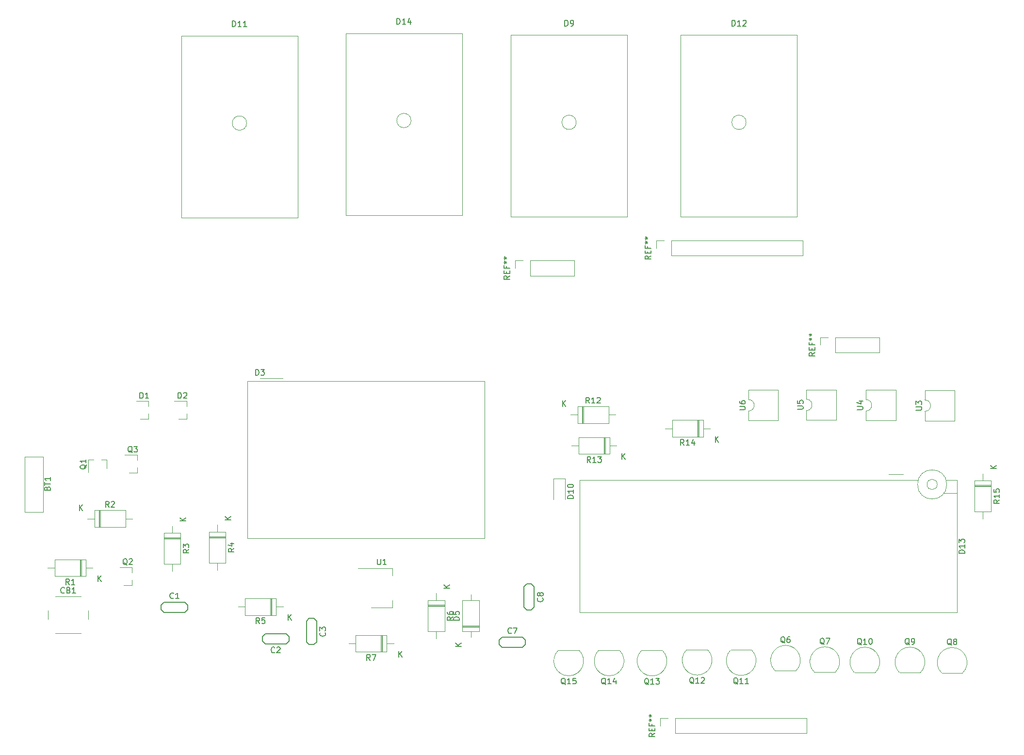
<source format=gbr>
%TF.GenerationSoftware,KiCad,Pcbnew,(5.1.6)-1*%
%TF.CreationDate,2020-11-06T18:28:59+03:00*%
%TF.ProjectId,_____  _____ V2,4145353c-3020-4204-9730-413e32205632,rev?*%
%TF.SameCoordinates,Original*%
%TF.FileFunction,Legend,Top*%
%TF.FilePolarity,Positive*%
%FSLAX46Y46*%
G04 Gerber Fmt 4.6, Leading zero omitted, Abs format (unit mm)*
G04 Created by KiCad (PCBNEW (5.1.6)-1) date 2020-11-06 18:28:59*
%MOMM*%
%LPD*%
G01*
G04 APERTURE LIST*
%ADD10C,0.120000*%
%ADD11C,0.150000*%
G04 APERTURE END LIST*
D10*
%TO.C,REF\u002A\u002A*%
X220091000Y-78228500D02*
X220091000Y-75568500D01*
X220091000Y-78228500D02*
X227771000Y-78228500D01*
X227771000Y-78228500D02*
X227771000Y-75568500D01*
X220091000Y-75568500D02*
X227771000Y-75568500D01*
X217491000Y-75568500D02*
X218821000Y-75568500D01*
X217491000Y-76898500D02*
X217491000Y-75568500D01*
X192151000Y-144713000D02*
X192151000Y-142053000D01*
X192151000Y-144713000D02*
X215071000Y-144713000D01*
X215071000Y-144713000D02*
X215071000Y-142053000D01*
X192151000Y-142053000D02*
X215071000Y-142053000D01*
X189551000Y-142053000D02*
X190881000Y-142053000D01*
X189551000Y-143383000D02*
X189551000Y-142053000D01*
%TO.C,D12*%
X213423500Y-38036500D02*
X213423500Y-22796500D01*
X213423500Y-22796500D02*
X193103500Y-22796500D01*
X193103500Y-22796500D02*
X193103500Y-54546500D01*
X193103500Y-54546500D02*
X213423500Y-54546500D01*
X213423500Y-54546500D02*
X213423500Y-38036500D01*
X204513500Y-38036500D02*
G75*
G03*
X204513500Y-38036500I-1250000J0D01*
G01*
%TO.C,REF\u002A\u002A*%
X191452500Y-61337500D02*
X191452500Y-58677500D01*
X191452500Y-61337500D02*
X214372500Y-61337500D01*
X214372500Y-61337500D02*
X214372500Y-58677500D01*
X191452500Y-58677500D02*
X214372500Y-58677500D01*
X188852500Y-58677500D02*
X190182500Y-58677500D01*
X188852500Y-60007500D02*
X188852500Y-58677500D01*
X166814500Y-64830000D02*
X166814500Y-62170000D01*
X166814500Y-64830000D02*
X174494500Y-64830000D01*
X174494500Y-64830000D02*
X174494500Y-62170000D01*
X166814500Y-62170000D02*
X174494500Y-62170000D01*
X164214500Y-62170000D02*
X165544500Y-62170000D01*
X164214500Y-63500000D02*
X164214500Y-62170000D01*
%TO.C,U6*%
X204918000Y-86439500D02*
G75*
G02*
X204918000Y-88439500I0J-1000000D01*
G01*
X204918000Y-88439500D02*
X204918000Y-90089500D01*
X204918000Y-90089500D02*
X210118000Y-90089500D01*
X210118000Y-90089500D02*
X210118000Y-84789500D01*
X210118000Y-84789500D02*
X204918000Y-84789500D01*
X204918000Y-84789500D02*
X204918000Y-86439500D01*
%TO.C,U5*%
X215014500Y-86376000D02*
G75*
G02*
X215014500Y-88376000I0J-1000000D01*
G01*
X215014500Y-88376000D02*
X215014500Y-90026000D01*
X215014500Y-90026000D02*
X220214500Y-90026000D01*
X220214500Y-90026000D02*
X220214500Y-84726000D01*
X220214500Y-84726000D02*
X215014500Y-84726000D01*
X215014500Y-84726000D02*
X215014500Y-86376000D01*
%TO.C,U4*%
X225428500Y-86439500D02*
G75*
G02*
X225428500Y-88439500I0J-1000000D01*
G01*
X225428500Y-88439500D02*
X225428500Y-90089500D01*
X225428500Y-90089500D02*
X230628500Y-90089500D01*
X230628500Y-90089500D02*
X230628500Y-84789500D01*
X230628500Y-84789500D02*
X225428500Y-84789500D01*
X225428500Y-84789500D02*
X225428500Y-86439500D01*
%TO.C,U3*%
X235715500Y-86503000D02*
G75*
G02*
X235715500Y-88503000I0J-1000000D01*
G01*
X235715500Y-88503000D02*
X235715500Y-90153000D01*
X235715500Y-90153000D02*
X240915500Y-90153000D01*
X240915500Y-90153000D02*
X240915500Y-84853000D01*
X240915500Y-84853000D02*
X235715500Y-84853000D01*
X235715500Y-84853000D02*
X235715500Y-86503000D01*
%TO.C,U1*%
X142816500Y-122726500D02*
X142816500Y-121466500D01*
X142816500Y-115906500D02*
X142816500Y-117166500D01*
X139056500Y-122726500D02*
X142816500Y-122726500D01*
X136806500Y-115906500D02*
X142816500Y-115906500D01*
%TO.C,R15*%
X247278500Y-100594500D02*
X244338500Y-100594500D01*
X244338500Y-100594500D02*
X244338500Y-106034500D01*
X244338500Y-106034500D02*
X247278500Y-106034500D01*
X247278500Y-106034500D02*
X247278500Y-100594500D01*
X245808500Y-99374500D02*
X245808500Y-100594500D01*
X245808500Y-107254500D02*
X245808500Y-106034500D01*
X247278500Y-101494500D02*
X244338500Y-101494500D01*
X247278500Y-101614500D02*
X244338500Y-101614500D01*
X247278500Y-101374500D02*
X244338500Y-101374500D01*
%TO.C,R14*%
X197030000Y-92973500D02*
X197030000Y-90033500D01*
X197030000Y-90033500D02*
X191590000Y-90033500D01*
X191590000Y-90033500D02*
X191590000Y-92973500D01*
X191590000Y-92973500D02*
X197030000Y-92973500D01*
X198250000Y-91503500D02*
X197030000Y-91503500D01*
X190370000Y-91503500D02*
X191590000Y-91503500D01*
X196130000Y-92973500D02*
X196130000Y-90033500D01*
X196010000Y-92973500D02*
X196010000Y-90033500D01*
X196250000Y-92973500D02*
X196250000Y-90033500D01*
%TO.C,R13*%
X180710500Y-95958000D02*
X180710500Y-93018000D01*
X180710500Y-93018000D02*
X175270500Y-93018000D01*
X175270500Y-93018000D02*
X175270500Y-95958000D01*
X175270500Y-95958000D02*
X180710500Y-95958000D01*
X181930500Y-94488000D02*
X180710500Y-94488000D01*
X174050500Y-94488000D02*
X175270500Y-94488000D01*
X179810500Y-95958000D02*
X179810500Y-93018000D01*
X179690500Y-95958000D02*
X179690500Y-93018000D01*
X179930500Y-95958000D02*
X179930500Y-93018000D01*
%TO.C,R12*%
X175080000Y-87620500D02*
X175080000Y-90560500D01*
X175080000Y-90560500D02*
X180520000Y-90560500D01*
X180520000Y-90560500D02*
X180520000Y-87620500D01*
X180520000Y-87620500D02*
X175080000Y-87620500D01*
X173860000Y-89090500D02*
X175080000Y-89090500D01*
X181740000Y-89090500D02*
X180520000Y-89090500D01*
X175980000Y-87620500D02*
X175980000Y-90560500D01*
X176100000Y-87620500D02*
X176100000Y-90560500D01*
X175860000Y-87620500D02*
X175860000Y-90560500D01*
%TO.C,R7*%
X141785000Y-130502000D02*
X141785000Y-127562000D01*
X141785000Y-127562000D02*
X136345000Y-127562000D01*
X136345000Y-127562000D02*
X136345000Y-130502000D01*
X136345000Y-130502000D02*
X141785000Y-130502000D01*
X143005000Y-129032000D02*
X141785000Y-129032000D01*
X135125000Y-129032000D02*
X136345000Y-129032000D01*
X140885000Y-130502000D02*
X140885000Y-127562000D01*
X140765000Y-130502000D02*
X140765000Y-127562000D01*
X141005000Y-130502000D02*
X141005000Y-127562000D01*
%TO.C,R6*%
X151901500Y-121486000D02*
X148961500Y-121486000D01*
X148961500Y-121486000D02*
X148961500Y-126926000D01*
X148961500Y-126926000D02*
X151901500Y-126926000D01*
X151901500Y-126926000D02*
X151901500Y-121486000D01*
X150431500Y-120266000D02*
X150431500Y-121486000D01*
X150431500Y-128146000D02*
X150431500Y-126926000D01*
X151901500Y-122386000D02*
X148961500Y-122386000D01*
X151901500Y-122506000D02*
X148961500Y-122506000D01*
X151901500Y-122266000D02*
X148961500Y-122266000D01*
%TO.C,R5*%
X122481000Y-124088500D02*
X122481000Y-121148500D01*
X122481000Y-121148500D02*
X117041000Y-121148500D01*
X117041000Y-121148500D02*
X117041000Y-124088500D01*
X117041000Y-124088500D02*
X122481000Y-124088500D01*
X123701000Y-122618500D02*
X122481000Y-122618500D01*
X115821000Y-122618500D02*
X117041000Y-122618500D01*
X121581000Y-124088500D02*
X121581000Y-121148500D01*
X121461000Y-124088500D02*
X121461000Y-121148500D01*
X121701000Y-124088500D02*
X121701000Y-121148500D01*
%TO.C,R4*%
X113674500Y-109548000D02*
X110734500Y-109548000D01*
X110734500Y-109548000D02*
X110734500Y-114988000D01*
X110734500Y-114988000D02*
X113674500Y-114988000D01*
X113674500Y-114988000D02*
X113674500Y-109548000D01*
X112204500Y-108328000D02*
X112204500Y-109548000D01*
X112204500Y-116208000D02*
X112204500Y-114988000D01*
X113674500Y-110448000D02*
X110734500Y-110448000D01*
X113674500Y-110568000D02*
X110734500Y-110568000D01*
X113674500Y-110328000D02*
X110734500Y-110328000D01*
%TO.C,R3*%
X105800500Y-109738500D02*
X102860500Y-109738500D01*
X102860500Y-109738500D02*
X102860500Y-115178500D01*
X102860500Y-115178500D02*
X105800500Y-115178500D01*
X105800500Y-115178500D02*
X105800500Y-109738500D01*
X104330500Y-108518500D02*
X104330500Y-109738500D01*
X104330500Y-116398500D02*
X104330500Y-115178500D01*
X105800500Y-110638500D02*
X102860500Y-110638500D01*
X105800500Y-110758500D02*
X102860500Y-110758500D01*
X105800500Y-110518500D02*
X102860500Y-110518500D01*
%TO.C,R2*%
X90752000Y-105781500D02*
X90752000Y-108721500D01*
X90752000Y-108721500D02*
X96192000Y-108721500D01*
X96192000Y-108721500D02*
X96192000Y-105781500D01*
X96192000Y-105781500D02*
X90752000Y-105781500D01*
X89532000Y-107251500D02*
X90752000Y-107251500D01*
X97412000Y-107251500D02*
X96192000Y-107251500D01*
X91652000Y-105781500D02*
X91652000Y-108721500D01*
X91772000Y-105781500D02*
X91772000Y-108721500D01*
X91532000Y-105781500D02*
X91532000Y-108721500D01*
%TO.C,R1*%
X89270500Y-117294000D02*
X89270500Y-114354000D01*
X89270500Y-114354000D02*
X83830500Y-114354000D01*
X83830500Y-114354000D02*
X83830500Y-117294000D01*
X83830500Y-117294000D02*
X89270500Y-117294000D01*
X90490500Y-115824000D02*
X89270500Y-115824000D01*
X82610500Y-115824000D02*
X83830500Y-115824000D01*
X88370500Y-117294000D02*
X88370500Y-114354000D01*
X88250500Y-117294000D02*
X88250500Y-114354000D01*
X88490500Y-117294000D02*
X88490500Y-114354000D01*
%TO.C,Q15*%
X171707022Y-130241522D02*
G75*
G03*
X173545500Y-134680000I1838478J-1838478D01*
G01*
X175383978Y-130241522D02*
G75*
G02*
X173545500Y-134680000I-1838478J-1838478D01*
G01*
X175345500Y-130230000D02*
X171745500Y-130230000D01*
%TO.C,Q14*%
X178755522Y-130241522D02*
G75*
G03*
X180594000Y-134680000I1838478J-1838478D01*
G01*
X182432478Y-130241522D02*
G75*
G02*
X180594000Y-134680000I-1838478J-1838478D01*
G01*
X182394000Y-130230000D02*
X178794000Y-130230000D01*
%TO.C,Q13*%
X186249022Y-130263022D02*
G75*
G03*
X188087500Y-134701500I1838478J-1838478D01*
G01*
X189925978Y-130263022D02*
G75*
G02*
X188087500Y-134701500I-1838478J-1838478D01*
G01*
X189887500Y-130251500D02*
X186287500Y-130251500D01*
%TO.C,Q12*%
X194122522Y-130114522D02*
G75*
G03*
X195961000Y-134553000I1838478J-1838478D01*
G01*
X197799478Y-130114522D02*
G75*
G02*
X195961000Y-134553000I-1838478J-1838478D01*
G01*
X197761000Y-130103000D02*
X194161000Y-130103000D01*
%TO.C,Q11*%
X201806022Y-130178022D02*
G75*
G03*
X203644500Y-134616500I1838478J-1838478D01*
G01*
X205482978Y-130178022D02*
G75*
G02*
X203644500Y-134616500I-1838478J-1838478D01*
G01*
X205444500Y-130166500D02*
X201844500Y-130166500D01*
%TO.C,Q10*%
X227072978Y-134108978D02*
G75*
G03*
X225234500Y-129670500I-1838478J1838478D01*
G01*
X223396022Y-134108978D02*
G75*
G02*
X225234500Y-129670500I1838478J1838478D01*
G01*
X223434500Y-134120500D02*
X227034500Y-134120500D01*
%TO.C,Q9*%
X234946978Y-134108978D02*
G75*
G03*
X233108500Y-129670500I-1838478J1838478D01*
G01*
X231270022Y-134108978D02*
G75*
G02*
X233108500Y-129670500I1838478J1838478D01*
G01*
X231308500Y-134120500D02*
X234908500Y-134120500D01*
%TO.C,Q8*%
X242312978Y-134172478D02*
G75*
G03*
X240474500Y-129734000I-1838478J1838478D01*
G01*
X238636022Y-134172478D02*
G75*
G02*
X240474500Y-129734000I1838478J1838478D01*
G01*
X238674500Y-134184000D02*
X242274500Y-134184000D01*
%TO.C,Q7*%
X220087978Y-134045478D02*
G75*
G03*
X218249500Y-129607000I-1838478J1838478D01*
G01*
X216411022Y-134045478D02*
G75*
G02*
X218249500Y-129607000I1838478J1838478D01*
G01*
X216449500Y-134057000D02*
X220049500Y-134057000D01*
%TO.C,Q6*%
X213229978Y-133791478D02*
G75*
G03*
X211391500Y-129353000I-1838478J1838478D01*
G01*
X209553022Y-133791478D02*
G75*
G02*
X211391500Y-129353000I1838478J1838478D01*
G01*
X209591500Y-133803000D02*
X213191500Y-133803000D01*
%TO.C,Q3*%
X98232500Y-99243000D02*
X98232500Y-98313000D01*
X98232500Y-96083000D02*
X98232500Y-97013000D01*
X98232500Y-96083000D02*
X96072500Y-96083000D01*
X98232500Y-99243000D02*
X96772500Y-99243000D01*
%TO.C,Q2*%
X97343500Y-118864500D02*
X97343500Y-117934500D01*
X97343500Y-115704500D02*
X97343500Y-116634500D01*
X97343500Y-115704500D02*
X95183500Y-115704500D01*
X97343500Y-118864500D02*
X95883500Y-118864500D01*
%TO.C,Q1*%
X92893000Y-96966500D02*
X91963000Y-96966500D01*
X89733000Y-96966500D02*
X90663000Y-96966500D01*
X89733000Y-96966500D02*
X89733000Y-99126500D01*
X92893000Y-96966500D02*
X92893000Y-98426500D01*
%TO.C,D14*%
X154940000Y-37719000D02*
X154940000Y-22479000D01*
X154940000Y-22479000D02*
X134620000Y-22479000D01*
X134620000Y-22479000D02*
X134620000Y-54229000D01*
X134620000Y-54229000D02*
X154940000Y-54229000D01*
X154940000Y-54229000D02*
X154940000Y-37719000D01*
X146030000Y-37719000D02*
G75*
G03*
X146030000Y-37719000I-1250000J0D01*
G01*
%TO.C,D13*%
X239532000Y-101257500D02*
G75*
G03*
X239532000Y-101257500I-2550000J0D01*
G01*
X237882000Y-101257500D02*
G75*
G03*
X237882000Y-101257500I-900000J0D01*
G01*
X234532000Y-100527500D02*
X175492000Y-100527500D01*
X175492000Y-100527500D02*
X175492000Y-123627500D01*
X175492000Y-123627500D02*
X241292000Y-123627500D01*
X241292000Y-123627500D02*
X241292000Y-100527500D01*
X241292000Y-100527500D02*
X239432000Y-100527500D01*
X241292000Y-102807500D02*
X239032000Y-102807500D01*
X229362000Y-99507500D02*
X231902000Y-99507500D01*
%TO.C,D11*%
X126238000Y-38163500D02*
X126238000Y-22923500D01*
X126238000Y-22923500D02*
X105918000Y-22923500D01*
X105918000Y-22923500D02*
X105918000Y-54673500D01*
X105918000Y-54673500D02*
X126238000Y-54673500D01*
X126238000Y-54673500D02*
X126238000Y-38163500D01*
X117328000Y-38163500D02*
G75*
G03*
X117328000Y-38163500I-1250000J0D01*
G01*
%TO.C,D10*%
X172904500Y-100209000D02*
X170884500Y-100209000D01*
X170884500Y-100209000D02*
X170884500Y-103889000D01*
X172904500Y-100209000D02*
X172904500Y-103889000D01*
%TO.C,D9*%
X183769000Y-38036500D02*
X183769000Y-22796500D01*
X183769000Y-22796500D02*
X163449000Y-22796500D01*
X163449000Y-22796500D02*
X163449000Y-54546500D01*
X163449000Y-54546500D02*
X183769000Y-54546500D01*
X183769000Y-54546500D02*
X183769000Y-38036500D01*
X174859000Y-38036500D02*
G75*
G03*
X174859000Y-38036500I-1250000J0D01*
G01*
%TO.C,D5*%
X154994000Y-126926000D02*
X157934000Y-126926000D01*
X157934000Y-126926000D02*
X157934000Y-121486000D01*
X157934000Y-121486000D02*
X154994000Y-121486000D01*
X154994000Y-121486000D02*
X154994000Y-126926000D01*
X156464000Y-127946000D02*
X156464000Y-126926000D01*
X156464000Y-120466000D02*
X156464000Y-121486000D01*
X154994000Y-126026000D02*
X157934000Y-126026000D01*
X154994000Y-125906000D02*
X157934000Y-125906000D01*
X154994000Y-126146000D02*
X157934000Y-126146000D01*
%TO.C,D3*%
X117446000Y-83221000D02*
X158886000Y-83221000D01*
X158886000Y-83221000D02*
X158886000Y-110661000D01*
X158886000Y-110661000D02*
X117446000Y-110661000D01*
X117446000Y-110661000D02*
X117446000Y-83221000D01*
X119666000Y-82721000D02*
X123666000Y-82721000D01*
%TO.C,D2*%
X106868500Y-89845000D02*
X106868500Y-88915000D01*
X106868500Y-86685000D02*
X106868500Y-87615000D01*
X106868500Y-86685000D02*
X104708500Y-86685000D01*
X106868500Y-89845000D02*
X105408500Y-89845000D01*
%TO.C,D1*%
X100201000Y-89845000D02*
X100201000Y-88915000D01*
X100201000Y-86685000D02*
X100201000Y-87615000D01*
X100201000Y-86685000D02*
X98041000Y-86685000D01*
X100201000Y-89845000D02*
X98741000Y-89845000D01*
%TO.C,CB1*%
X83931000Y-127293000D02*
X88431000Y-127293000D01*
X82681000Y-123293000D02*
X82681000Y-124793000D01*
X88431000Y-120793000D02*
X83931000Y-120793000D01*
X89681000Y-124793000D02*
X89681000Y-123293000D01*
D11*
%TO.C,C8*%
X167524000Y-119104000D02*
X167524000Y-122704000D01*
X167524000Y-122704000D02*
X167024000Y-123204000D01*
X167024000Y-123204000D02*
X166224000Y-123204000D01*
X166224000Y-123204000D02*
X165724000Y-122704000D01*
X165724000Y-122704000D02*
X165724000Y-119104000D01*
X165724000Y-119104000D02*
X166224000Y-118604000D01*
X166224000Y-118604000D02*
X167024000Y-118604000D01*
X167024000Y-118604000D02*
X167524000Y-119104000D01*
%TO.C,C7*%
X161903000Y-127941500D02*
X165503000Y-127941500D01*
X165503000Y-127941500D02*
X166003000Y-128441500D01*
X166003000Y-128441500D02*
X166003000Y-129241500D01*
X166003000Y-129241500D02*
X165503000Y-129741500D01*
X165503000Y-129741500D02*
X161903000Y-129741500D01*
X161903000Y-129741500D02*
X161403000Y-129241500D01*
X161403000Y-129241500D02*
X161403000Y-128441500D01*
X161403000Y-128441500D02*
X161903000Y-127941500D01*
%TO.C,C3*%
X129551000Y-125136500D02*
X129551000Y-128736500D01*
X129551000Y-128736500D02*
X129051000Y-129236500D01*
X129051000Y-129236500D02*
X128251000Y-129236500D01*
X128251000Y-129236500D02*
X127751000Y-128736500D01*
X127751000Y-128736500D02*
X127751000Y-125136500D01*
X127751000Y-125136500D02*
X128251000Y-124636500D01*
X128251000Y-124636500D02*
X129051000Y-124636500D01*
X129051000Y-124636500D02*
X129551000Y-125136500D01*
%TO.C,C2*%
X124228000Y-129106500D02*
X120628000Y-129106500D01*
X120628000Y-129106500D02*
X120128000Y-128606500D01*
X120128000Y-128606500D02*
X120128000Y-127806500D01*
X120128000Y-127806500D02*
X120628000Y-127306500D01*
X120628000Y-127306500D02*
X124228000Y-127306500D01*
X124228000Y-127306500D02*
X124728000Y-127806500D01*
X124728000Y-127806500D02*
X124728000Y-128606500D01*
X124728000Y-128606500D02*
X124228000Y-129106500D01*
%TO.C,C1*%
X102911500Y-121845500D02*
X106511500Y-121845500D01*
X106511500Y-121845500D02*
X107011500Y-122345500D01*
X107011500Y-122345500D02*
X107011500Y-123145500D01*
X107011500Y-123145500D02*
X106511500Y-123645500D01*
X106511500Y-123645500D02*
X102911500Y-123645500D01*
X102911500Y-123645500D02*
X102411500Y-123145500D01*
X102411500Y-123145500D02*
X102411500Y-122345500D01*
X102411500Y-122345500D02*
X102911500Y-121845500D01*
D10*
%TO.C,BT1*%
X78600500Y-106057500D02*
X78600500Y-96457500D01*
X78600500Y-96457500D02*
X81800500Y-96457500D01*
X81800500Y-96457500D02*
X81800500Y-106057500D01*
X81800500Y-106057500D02*
X78600500Y-106057500D01*
%TO.C,REF\u002A\u002A*%
D11*
X216503380Y-78231833D02*
X216027190Y-78565166D01*
X216503380Y-78803261D02*
X215503380Y-78803261D01*
X215503380Y-78422309D01*
X215551000Y-78327071D01*
X215598619Y-78279452D01*
X215693857Y-78231833D01*
X215836714Y-78231833D01*
X215931952Y-78279452D01*
X215979571Y-78327071D01*
X216027190Y-78422309D01*
X216027190Y-78803261D01*
X215979571Y-77803261D02*
X215979571Y-77469928D01*
X216503380Y-77327071D02*
X216503380Y-77803261D01*
X215503380Y-77803261D01*
X215503380Y-77327071D01*
X215979571Y-76565166D02*
X215979571Y-76898500D01*
X216503380Y-76898500D02*
X215503380Y-76898500D01*
X215503380Y-76422309D01*
X215503380Y-75898500D02*
X215741476Y-75898500D01*
X215646238Y-76136595D02*
X215741476Y-75898500D01*
X215646238Y-75660404D01*
X215931952Y-76041357D02*
X215741476Y-75898500D01*
X215931952Y-75755642D01*
X215503380Y-75136595D02*
X215741476Y-75136595D01*
X215646238Y-75374690D02*
X215741476Y-75136595D01*
X215646238Y-74898500D01*
X215931952Y-75279452D02*
X215741476Y-75136595D01*
X215931952Y-74993738D01*
X188563380Y-144716333D02*
X188087190Y-145049666D01*
X188563380Y-145287761D02*
X187563380Y-145287761D01*
X187563380Y-144906809D01*
X187611000Y-144811571D01*
X187658619Y-144763952D01*
X187753857Y-144716333D01*
X187896714Y-144716333D01*
X187991952Y-144763952D01*
X188039571Y-144811571D01*
X188087190Y-144906809D01*
X188087190Y-145287761D01*
X188039571Y-144287761D02*
X188039571Y-143954428D01*
X188563380Y-143811571D02*
X188563380Y-144287761D01*
X187563380Y-144287761D01*
X187563380Y-143811571D01*
X188039571Y-143049666D02*
X188039571Y-143383000D01*
X188563380Y-143383000D02*
X187563380Y-143383000D01*
X187563380Y-142906809D01*
X187563380Y-142383000D02*
X187801476Y-142383000D01*
X187706238Y-142621095D02*
X187801476Y-142383000D01*
X187706238Y-142144904D01*
X187991952Y-142525857D02*
X187801476Y-142383000D01*
X187991952Y-142240142D01*
X187563380Y-141621095D02*
X187801476Y-141621095D01*
X187706238Y-141859190D02*
X187801476Y-141621095D01*
X187706238Y-141383000D01*
X187991952Y-141763952D02*
X187801476Y-141621095D01*
X187991952Y-141478238D01*
%TO.C,D12*%
X202049214Y-21208880D02*
X202049214Y-20208880D01*
X202287309Y-20208880D01*
X202430166Y-20256500D01*
X202525404Y-20351738D01*
X202573023Y-20446976D01*
X202620642Y-20637452D01*
X202620642Y-20780309D01*
X202573023Y-20970785D01*
X202525404Y-21066023D01*
X202430166Y-21161261D01*
X202287309Y-21208880D01*
X202049214Y-21208880D01*
X203573023Y-21208880D02*
X203001595Y-21208880D01*
X203287309Y-21208880D02*
X203287309Y-20208880D01*
X203192071Y-20351738D01*
X203096833Y-20446976D01*
X203001595Y-20494595D01*
X203953976Y-20304119D02*
X204001595Y-20256500D01*
X204096833Y-20208880D01*
X204334928Y-20208880D01*
X204430166Y-20256500D01*
X204477785Y-20304119D01*
X204525404Y-20399357D01*
X204525404Y-20494595D01*
X204477785Y-20637452D01*
X203906357Y-21208880D01*
X204525404Y-21208880D01*
%TO.C,REF\u002A\u002A*%
X187864880Y-61340833D02*
X187388690Y-61674166D01*
X187864880Y-61912261D02*
X186864880Y-61912261D01*
X186864880Y-61531309D01*
X186912500Y-61436071D01*
X186960119Y-61388452D01*
X187055357Y-61340833D01*
X187198214Y-61340833D01*
X187293452Y-61388452D01*
X187341071Y-61436071D01*
X187388690Y-61531309D01*
X187388690Y-61912261D01*
X187341071Y-60912261D02*
X187341071Y-60578928D01*
X187864880Y-60436071D02*
X187864880Y-60912261D01*
X186864880Y-60912261D01*
X186864880Y-60436071D01*
X187341071Y-59674166D02*
X187341071Y-60007500D01*
X187864880Y-60007500D02*
X186864880Y-60007500D01*
X186864880Y-59531309D01*
X186864880Y-59007500D02*
X187102976Y-59007500D01*
X187007738Y-59245595D02*
X187102976Y-59007500D01*
X187007738Y-58769404D01*
X187293452Y-59150357D02*
X187102976Y-59007500D01*
X187293452Y-58864642D01*
X186864880Y-58245595D02*
X187102976Y-58245595D01*
X187007738Y-58483690D02*
X187102976Y-58245595D01*
X187007738Y-58007500D01*
X187293452Y-58388452D02*
X187102976Y-58245595D01*
X187293452Y-58102738D01*
X163226880Y-64833333D02*
X162750690Y-65166666D01*
X163226880Y-65404761D02*
X162226880Y-65404761D01*
X162226880Y-65023809D01*
X162274500Y-64928571D01*
X162322119Y-64880952D01*
X162417357Y-64833333D01*
X162560214Y-64833333D01*
X162655452Y-64880952D01*
X162703071Y-64928571D01*
X162750690Y-65023809D01*
X162750690Y-65404761D01*
X162703071Y-64404761D02*
X162703071Y-64071428D01*
X163226880Y-63928571D02*
X163226880Y-64404761D01*
X162226880Y-64404761D01*
X162226880Y-63928571D01*
X162703071Y-63166666D02*
X162703071Y-63500000D01*
X163226880Y-63500000D02*
X162226880Y-63500000D01*
X162226880Y-63023809D01*
X162226880Y-62500000D02*
X162464976Y-62500000D01*
X162369738Y-62738095D02*
X162464976Y-62500000D01*
X162369738Y-62261904D01*
X162655452Y-62642857D02*
X162464976Y-62500000D01*
X162655452Y-62357142D01*
X162226880Y-61738095D02*
X162464976Y-61738095D01*
X162369738Y-61976190D02*
X162464976Y-61738095D01*
X162369738Y-61500000D01*
X162655452Y-61880952D02*
X162464976Y-61738095D01*
X162655452Y-61595238D01*
%TO.C,U6*%
X203370380Y-88201404D02*
X204179904Y-88201404D01*
X204275142Y-88153785D01*
X204322761Y-88106166D01*
X204370380Y-88010928D01*
X204370380Y-87820452D01*
X204322761Y-87725214D01*
X204275142Y-87677595D01*
X204179904Y-87629976D01*
X203370380Y-87629976D01*
X203370380Y-86725214D02*
X203370380Y-86915690D01*
X203418000Y-87010928D01*
X203465619Y-87058547D01*
X203608476Y-87153785D01*
X203798952Y-87201404D01*
X204179904Y-87201404D01*
X204275142Y-87153785D01*
X204322761Y-87106166D01*
X204370380Y-87010928D01*
X204370380Y-86820452D01*
X204322761Y-86725214D01*
X204275142Y-86677595D01*
X204179904Y-86629976D01*
X203941809Y-86629976D01*
X203846571Y-86677595D01*
X203798952Y-86725214D01*
X203751333Y-86820452D01*
X203751333Y-87010928D01*
X203798952Y-87106166D01*
X203846571Y-87153785D01*
X203941809Y-87201404D01*
%TO.C,U5*%
X213466880Y-88137904D02*
X214276404Y-88137904D01*
X214371642Y-88090285D01*
X214419261Y-88042666D01*
X214466880Y-87947428D01*
X214466880Y-87756952D01*
X214419261Y-87661714D01*
X214371642Y-87614095D01*
X214276404Y-87566476D01*
X213466880Y-87566476D01*
X213466880Y-86614095D02*
X213466880Y-87090285D01*
X213943071Y-87137904D01*
X213895452Y-87090285D01*
X213847833Y-86995047D01*
X213847833Y-86756952D01*
X213895452Y-86661714D01*
X213943071Y-86614095D01*
X214038309Y-86566476D01*
X214276404Y-86566476D01*
X214371642Y-86614095D01*
X214419261Y-86661714D01*
X214466880Y-86756952D01*
X214466880Y-86995047D01*
X214419261Y-87090285D01*
X214371642Y-87137904D01*
%TO.C,U4*%
X223880880Y-88201404D02*
X224690404Y-88201404D01*
X224785642Y-88153785D01*
X224833261Y-88106166D01*
X224880880Y-88010928D01*
X224880880Y-87820452D01*
X224833261Y-87725214D01*
X224785642Y-87677595D01*
X224690404Y-87629976D01*
X223880880Y-87629976D01*
X224214214Y-86725214D02*
X224880880Y-86725214D01*
X223833261Y-86963309D02*
X224547547Y-87201404D01*
X224547547Y-86582357D01*
%TO.C,U3*%
X234167880Y-88264904D02*
X234977404Y-88264904D01*
X235072642Y-88217285D01*
X235120261Y-88169666D01*
X235167880Y-88074428D01*
X235167880Y-87883952D01*
X235120261Y-87788714D01*
X235072642Y-87741095D01*
X234977404Y-87693476D01*
X234167880Y-87693476D01*
X234167880Y-87312523D02*
X234167880Y-86693476D01*
X234548833Y-87026809D01*
X234548833Y-86883952D01*
X234596452Y-86788714D01*
X234644071Y-86741095D01*
X234739309Y-86693476D01*
X234977404Y-86693476D01*
X235072642Y-86741095D01*
X235120261Y-86788714D01*
X235167880Y-86883952D01*
X235167880Y-87169666D01*
X235120261Y-87264904D01*
X235072642Y-87312523D01*
%TO.C,U1*%
X140144595Y-114268880D02*
X140144595Y-115078404D01*
X140192214Y-115173642D01*
X140239833Y-115221261D01*
X140335071Y-115268880D01*
X140525547Y-115268880D01*
X140620785Y-115221261D01*
X140668404Y-115173642D01*
X140716023Y-115078404D01*
X140716023Y-114268880D01*
X141716023Y-115268880D02*
X141144595Y-115268880D01*
X141430309Y-115268880D02*
X141430309Y-114268880D01*
X141335071Y-114411738D01*
X141239833Y-114506976D01*
X141144595Y-114554595D01*
%TO.C,R15*%
X248730880Y-103957357D02*
X248254690Y-104290690D01*
X248730880Y-104528785D02*
X247730880Y-104528785D01*
X247730880Y-104147833D01*
X247778500Y-104052595D01*
X247826119Y-104004976D01*
X247921357Y-103957357D01*
X248064214Y-103957357D01*
X248159452Y-104004976D01*
X248207071Y-104052595D01*
X248254690Y-104147833D01*
X248254690Y-104528785D01*
X248730880Y-103004976D02*
X248730880Y-103576404D01*
X248730880Y-103290690D02*
X247730880Y-103290690D01*
X247873738Y-103385928D01*
X247968976Y-103481166D01*
X248016595Y-103576404D01*
X247730880Y-102100214D02*
X247730880Y-102576404D01*
X248207071Y-102624023D01*
X248159452Y-102576404D01*
X248111833Y-102481166D01*
X248111833Y-102243071D01*
X248159452Y-102147833D01*
X248207071Y-102100214D01*
X248302309Y-102052595D01*
X248540404Y-102052595D01*
X248635642Y-102100214D01*
X248683261Y-102147833D01*
X248730880Y-102243071D01*
X248730880Y-102481166D01*
X248683261Y-102576404D01*
X248635642Y-102624023D01*
X248160880Y-98496404D02*
X247160880Y-98496404D01*
X248160880Y-97924976D02*
X247589452Y-98353547D01*
X247160880Y-97924976D02*
X247732309Y-98496404D01*
%TO.C,R14*%
X193667142Y-94425880D02*
X193333809Y-93949690D01*
X193095714Y-94425880D02*
X193095714Y-93425880D01*
X193476666Y-93425880D01*
X193571904Y-93473500D01*
X193619523Y-93521119D01*
X193667142Y-93616357D01*
X193667142Y-93759214D01*
X193619523Y-93854452D01*
X193571904Y-93902071D01*
X193476666Y-93949690D01*
X193095714Y-93949690D01*
X194619523Y-94425880D02*
X194048095Y-94425880D01*
X194333809Y-94425880D02*
X194333809Y-93425880D01*
X194238571Y-93568738D01*
X194143333Y-93663976D01*
X194048095Y-93711595D01*
X195476666Y-93759214D02*
X195476666Y-94425880D01*
X195238571Y-93378261D02*
X195000476Y-94092547D01*
X195619523Y-94092547D01*
X199128095Y-93855880D02*
X199128095Y-92855880D01*
X199699523Y-93855880D02*
X199270952Y-93284452D01*
X199699523Y-92855880D02*
X199128095Y-93427309D01*
%TO.C,R13*%
X177347642Y-97410380D02*
X177014309Y-96934190D01*
X176776214Y-97410380D02*
X176776214Y-96410380D01*
X177157166Y-96410380D01*
X177252404Y-96458000D01*
X177300023Y-96505619D01*
X177347642Y-96600857D01*
X177347642Y-96743714D01*
X177300023Y-96838952D01*
X177252404Y-96886571D01*
X177157166Y-96934190D01*
X176776214Y-96934190D01*
X178300023Y-97410380D02*
X177728595Y-97410380D01*
X178014309Y-97410380D02*
X178014309Y-96410380D01*
X177919071Y-96553238D01*
X177823833Y-96648476D01*
X177728595Y-96696095D01*
X178633357Y-96410380D02*
X179252404Y-96410380D01*
X178919071Y-96791333D01*
X179061928Y-96791333D01*
X179157166Y-96838952D01*
X179204785Y-96886571D01*
X179252404Y-96981809D01*
X179252404Y-97219904D01*
X179204785Y-97315142D01*
X179157166Y-97362761D01*
X179061928Y-97410380D01*
X178776214Y-97410380D01*
X178680976Y-97362761D01*
X178633357Y-97315142D01*
X182808595Y-96840380D02*
X182808595Y-95840380D01*
X183380023Y-96840380D02*
X182951452Y-96268952D01*
X183380023Y-95840380D02*
X182808595Y-96411809D01*
%TO.C,R12*%
X177157142Y-87072880D02*
X176823809Y-86596690D01*
X176585714Y-87072880D02*
X176585714Y-86072880D01*
X176966666Y-86072880D01*
X177061904Y-86120500D01*
X177109523Y-86168119D01*
X177157142Y-86263357D01*
X177157142Y-86406214D01*
X177109523Y-86501452D01*
X177061904Y-86549071D01*
X176966666Y-86596690D01*
X176585714Y-86596690D01*
X178109523Y-87072880D02*
X177538095Y-87072880D01*
X177823809Y-87072880D02*
X177823809Y-86072880D01*
X177728571Y-86215738D01*
X177633333Y-86310976D01*
X177538095Y-86358595D01*
X178490476Y-86168119D02*
X178538095Y-86120500D01*
X178633333Y-86072880D01*
X178871428Y-86072880D01*
X178966666Y-86120500D01*
X179014285Y-86168119D01*
X179061904Y-86263357D01*
X179061904Y-86358595D01*
X179014285Y-86501452D01*
X178442857Y-87072880D01*
X179061904Y-87072880D01*
X172458095Y-87642880D02*
X172458095Y-86642880D01*
X173029523Y-87642880D02*
X172600952Y-87071452D01*
X173029523Y-86642880D02*
X172458095Y-87214309D01*
%TO.C,R7*%
X138898333Y-131954380D02*
X138565000Y-131478190D01*
X138326904Y-131954380D02*
X138326904Y-130954380D01*
X138707857Y-130954380D01*
X138803095Y-131002000D01*
X138850714Y-131049619D01*
X138898333Y-131144857D01*
X138898333Y-131287714D01*
X138850714Y-131382952D01*
X138803095Y-131430571D01*
X138707857Y-131478190D01*
X138326904Y-131478190D01*
X139231666Y-130954380D02*
X139898333Y-130954380D01*
X139469761Y-131954380D01*
X143883095Y-131384380D02*
X143883095Y-130384380D01*
X144454523Y-131384380D02*
X144025952Y-130812952D01*
X144454523Y-130384380D02*
X143883095Y-130955809D01*
%TO.C,R6*%
X153353880Y-124372666D02*
X152877690Y-124706000D01*
X153353880Y-124944095D02*
X152353880Y-124944095D01*
X152353880Y-124563142D01*
X152401500Y-124467904D01*
X152449119Y-124420285D01*
X152544357Y-124372666D01*
X152687214Y-124372666D01*
X152782452Y-124420285D01*
X152830071Y-124467904D01*
X152877690Y-124563142D01*
X152877690Y-124944095D01*
X152353880Y-123515523D02*
X152353880Y-123706000D01*
X152401500Y-123801238D01*
X152449119Y-123848857D01*
X152591976Y-123944095D01*
X152782452Y-123991714D01*
X153163404Y-123991714D01*
X153258642Y-123944095D01*
X153306261Y-123896476D01*
X153353880Y-123801238D01*
X153353880Y-123610761D01*
X153306261Y-123515523D01*
X153258642Y-123467904D01*
X153163404Y-123420285D01*
X152925309Y-123420285D01*
X152830071Y-123467904D01*
X152782452Y-123515523D01*
X152734833Y-123610761D01*
X152734833Y-123801238D01*
X152782452Y-123896476D01*
X152830071Y-123944095D01*
X152925309Y-123991714D01*
X152783880Y-119387904D02*
X151783880Y-119387904D01*
X152783880Y-118816476D02*
X152212452Y-119245047D01*
X151783880Y-118816476D02*
X152355309Y-119387904D01*
%TO.C,R5*%
X119594333Y-125540880D02*
X119261000Y-125064690D01*
X119022904Y-125540880D02*
X119022904Y-124540880D01*
X119403857Y-124540880D01*
X119499095Y-124588500D01*
X119546714Y-124636119D01*
X119594333Y-124731357D01*
X119594333Y-124874214D01*
X119546714Y-124969452D01*
X119499095Y-125017071D01*
X119403857Y-125064690D01*
X119022904Y-125064690D01*
X120499095Y-124540880D02*
X120022904Y-124540880D01*
X119975285Y-125017071D01*
X120022904Y-124969452D01*
X120118142Y-124921833D01*
X120356238Y-124921833D01*
X120451476Y-124969452D01*
X120499095Y-125017071D01*
X120546714Y-125112309D01*
X120546714Y-125350404D01*
X120499095Y-125445642D01*
X120451476Y-125493261D01*
X120356238Y-125540880D01*
X120118142Y-125540880D01*
X120022904Y-125493261D01*
X119975285Y-125445642D01*
X124579095Y-124970880D02*
X124579095Y-123970880D01*
X125150523Y-124970880D02*
X124721952Y-124399452D01*
X125150523Y-123970880D02*
X124579095Y-124542309D01*
%TO.C,R4*%
X115126880Y-112434666D02*
X114650690Y-112768000D01*
X115126880Y-113006095D02*
X114126880Y-113006095D01*
X114126880Y-112625142D01*
X114174500Y-112529904D01*
X114222119Y-112482285D01*
X114317357Y-112434666D01*
X114460214Y-112434666D01*
X114555452Y-112482285D01*
X114603071Y-112529904D01*
X114650690Y-112625142D01*
X114650690Y-113006095D01*
X114460214Y-111577523D02*
X115126880Y-111577523D01*
X114079261Y-111815619D02*
X114793547Y-112053714D01*
X114793547Y-111434666D01*
X114556880Y-107449904D02*
X113556880Y-107449904D01*
X114556880Y-106878476D02*
X113985452Y-107307047D01*
X113556880Y-106878476D02*
X114128309Y-107449904D01*
%TO.C,R3*%
X107252880Y-112625166D02*
X106776690Y-112958500D01*
X107252880Y-113196595D02*
X106252880Y-113196595D01*
X106252880Y-112815642D01*
X106300500Y-112720404D01*
X106348119Y-112672785D01*
X106443357Y-112625166D01*
X106586214Y-112625166D01*
X106681452Y-112672785D01*
X106729071Y-112720404D01*
X106776690Y-112815642D01*
X106776690Y-113196595D01*
X106252880Y-112291833D02*
X106252880Y-111672785D01*
X106633833Y-112006119D01*
X106633833Y-111863261D01*
X106681452Y-111768023D01*
X106729071Y-111720404D01*
X106824309Y-111672785D01*
X107062404Y-111672785D01*
X107157642Y-111720404D01*
X107205261Y-111768023D01*
X107252880Y-111863261D01*
X107252880Y-112148976D01*
X107205261Y-112244214D01*
X107157642Y-112291833D01*
X106682880Y-107640404D02*
X105682880Y-107640404D01*
X106682880Y-107068976D02*
X106111452Y-107497547D01*
X105682880Y-107068976D02*
X106254309Y-107640404D01*
%TO.C,R2*%
X93305333Y-105233880D02*
X92972000Y-104757690D01*
X92733904Y-105233880D02*
X92733904Y-104233880D01*
X93114857Y-104233880D01*
X93210095Y-104281500D01*
X93257714Y-104329119D01*
X93305333Y-104424357D01*
X93305333Y-104567214D01*
X93257714Y-104662452D01*
X93210095Y-104710071D01*
X93114857Y-104757690D01*
X92733904Y-104757690D01*
X93686285Y-104329119D02*
X93733904Y-104281500D01*
X93829142Y-104233880D01*
X94067238Y-104233880D01*
X94162476Y-104281500D01*
X94210095Y-104329119D01*
X94257714Y-104424357D01*
X94257714Y-104519595D01*
X94210095Y-104662452D01*
X93638666Y-105233880D01*
X94257714Y-105233880D01*
X88130095Y-105803880D02*
X88130095Y-104803880D01*
X88701523Y-105803880D02*
X88272952Y-105232452D01*
X88701523Y-104803880D02*
X88130095Y-105375309D01*
%TO.C,R1*%
X86383833Y-118746380D02*
X86050500Y-118270190D01*
X85812404Y-118746380D02*
X85812404Y-117746380D01*
X86193357Y-117746380D01*
X86288595Y-117794000D01*
X86336214Y-117841619D01*
X86383833Y-117936857D01*
X86383833Y-118079714D01*
X86336214Y-118174952D01*
X86288595Y-118222571D01*
X86193357Y-118270190D01*
X85812404Y-118270190D01*
X87336214Y-118746380D02*
X86764785Y-118746380D01*
X87050500Y-118746380D02*
X87050500Y-117746380D01*
X86955261Y-117889238D01*
X86860023Y-117984476D01*
X86764785Y-118032095D01*
X91368595Y-118176380D02*
X91368595Y-117176380D01*
X91940023Y-118176380D02*
X91511452Y-117604952D01*
X91940023Y-117176380D02*
X91368595Y-117747809D01*
%TO.C,Q15*%
X172974071Y-136187619D02*
X172878833Y-136140000D01*
X172783595Y-136044761D01*
X172640738Y-135901904D01*
X172545500Y-135854285D01*
X172450261Y-135854285D01*
X172497880Y-136092380D02*
X172402642Y-136044761D01*
X172307404Y-135949523D01*
X172259785Y-135759047D01*
X172259785Y-135425714D01*
X172307404Y-135235238D01*
X172402642Y-135140000D01*
X172497880Y-135092380D01*
X172688357Y-135092380D01*
X172783595Y-135140000D01*
X172878833Y-135235238D01*
X172926452Y-135425714D01*
X172926452Y-135759047D01*
X172878833Y-135949523D01*
X172783595Y-136044761D01*
X172688357Y-136092380D01*
X172497880Y-136092380D01*
X173878833Y-136092380D02*
X173307404Y-136092380D01*
X173593119Y-136092380D02*
X173593119Y-135092380D01*
X173497880Y-135235238D01*
X173402642Y-135330476D01*
X173307404Y-135378095D01*
X174783595Y-135092380D02*
X174307404Y-135092380D01*
X174259785Y-135568571D01*
X174307404Y-135520952D01*
X174402642Y-135473333D01*
X174640738Y-135473333D01*
X174735976Y-135520952D01*
X174783595Y-135568571D01*
X174831214Y-135663809D01*
X174831214Y-135901904D01*
X174783595Y-135997142D01*
X174735976Y-136044761D01*
X174640738Y-136092380D01*
X174402642Y-136092380D01*
X174307404Y-136044761D01*
X174259785Y-135997142D01*
%TO.C,Q14*%
X180022571Y-136187619D02*
X179927333Y-136140000D01*
X179832095Y-136044761D01*
X179689238Y-135901904D01*
X179594000Y-135854285D01*
X179498761Y-135854285D01*
X179546380Y-136092380D02*
X179451142Y-136044761D01*
X179355904Y-135949523D01*
X179308285Y-135759047D01*
X179308285Y-135425714D01*
X179355904Y-135235238D01*
X179451142Y-135140000D01*
X179546380Y-135092380D01*
X179736857Y-135092380D01*
X179832095Y-135140000D01*
X179927333Y-135235238D01*
X179974952Y-135425714D01*
X179974952Y-135759047D01*
X179927333Y-135949523D01*
X179832095Y-136044761D01*
X179736857Y-136092380D01*
X179546380Y-136092380D01*
X180927333Y-136092380D02*
X180355904Y-136092380D01*
X180641619Y-136092380D02*
X180641619Y-135092380D01*
X180546380Y-135235238D01*
X180451142Y-135330476D01*
X180355904Y-135378095D01*
X181784476Y-135425714D02*
X181784476Y-136092380D01*
X181546380Y-135044761D02*
X181308285Y-135759047D01*
X181927333Y-135759047D01*
%TO.C,Q13*%
X187516071Y-136209119D02*
X187420833Y-136161500D01*
X187325595Y-136066261D01*
X187182738Y-135923404D01*
X187087500Y-135875785D01*
X186992261Y-135875785D01*
X187039880Y-136113880D02*
X186944642Y-136066261D01*
X186849404Y-135971023D01*
X186801785Y-135780547D01*
X186801785Y-135447214D01*
X186849404Y-135256738D01*
X186944642Y-135161500D01*
X187039880Y-135113880D01*
X187230357Y-135113880D01*
X187325595Y-135161500D01*
X187420833Y-135256738D01*
X187468452Y-135447214D01*
X187468452Y-135780547D01*
X187420833Y-135971023D01*
X187325595Y-136066261D01*
X187230357Y-136113880D01*
X187039880Y-136113880D01*
X188420833Y-136113880D02*
X187849404Y-136113880D01*
X188135119Y-136113880D02*
X188135119Y-135113880D01*
X188039880Y-135256738D01*
X187944642Y-135351976D01*
X187849404Y-135399595D01*
X188754166Y-135113880D02*
X189373214Y-135113880D01*
X189039880Y-135494833D01*
X189182738Y-135494833D01*
X189277976Y-135542452D01*
X189325595Y-135590071D01*
X189373214Y-135685309D01*
X189373214Y-135923404D01*
X189325595Y-136018642D01*
X189277976Y-136066261D01*
X189182738Y-136113880D01*
X188897023Y-136113880D01*
X188801785Y-136066261D01*
X188754166Y-136018642D01*
%TO.C,Q12*%
X195389571Y-136060619D02*
X195294333Y-136013000D01*
X195199095Y-135917761D01*
X195056238Y-135774904D01*
X194961000Y-135727285D01*
X194865761Y-135727285D01*
X194913380Y-135965380D02*
X194818142Y-135917761D01*
X194722904Y-135822523D01*
X194675285Y-135632047D01*
X194675285Y-135298714D01*
X194722904Y-135108238D01*
X194818142Y-135013000D01*
X194913380Y-134965380D01*
X195103857Y-134965380D01*
X195199095Y-135013000D01*
X195294333Y-135108238D01*
X195341952Y-135298714D01*
X195341952Y-135632047D01*
X195294333Y-135822523D01*
X195199095Y-135917761D01*
X195103857Y-135965380D01*
X194913380Y-135965380D01*
X196294333Y-135965380D02*
X195722904Y-135965380D01*
X196008619Y-135965380D02*
X196008619Y-134965380D01*
X195913380Y-135108238D01*
X195818142Y-135203476D01*
X195722904Y-135251095D01*
X196675285Y-135060619D02*
X196722904Y-135013000D01*
X196818142Y-134965380D01*
X197056238Y-134965380D01*
X197151476Y-135013000D01*
X197199095Y-135060619D01*
X197246714Y-135155857D01*
X197246714Y-135251095D01*
X197199095Y-135393952D01*
X196627666Y-135965380D01*
X197246714Y-135965380D01*
%TO.C,Q11*%
X203073071Y-136124119D02*
X202977833Y-136076500D01*
X202882595Y-135981261D01*
X202739738Y-135838404D01*
X202644500Y-135790785D01*
X202549261Y-135790785D01*
X202596880Y-136028880D02*
X202501642Y-135981261D01*
X202406404Y-135886023D01*
X202358785Y-135695547D01*
X202358785Y-135362214D01*
X202406404Y-135171738D01*
X202501642Y-135076500D01*
X202596880Y-135028880D01*
X202787357Y-135028880D01*
X202882595Y-135076500D01*
X202977833Y-135171738D01*
X203025452Y-135362214D01*
X203025452Y-135695547D01*
X202977833Y-135886023D01*
X202882595Y-135981261D01*
X202787357Y-136028880D01*
X202596880Y-136028880D01*
X203977833Y-136028880D02*
X203406404Y-136028880D01*
X203692119Y-136028880D02*
X203692119Y-135028880D01*
X203596880Y-135171738D01*
X203501642Y-135266976D01*
X203406404Y-135314595D01*
X204930214Y-136028880D02*
X204358785Y-136028880D01*
X204644500Y-136028880D02*
X204644500Y-135028880D01*
X204549261Y-135171738D01*
X204454023Y-135266976D01*
X204358785Y-135314595D01*
%TO.C,Q10*%
X224663071Y-129258119D02*
X224567833Y-129210500D01*
X224472595Y-129115261D01*
X224329738Y-128972404D01*
X224234500Y-128924785D01*
X224139261Y-128924785D01*
X224186880Y-129162880D02*
X224091642Y-129115261D01*
X223996404Y-129020023D01*
X223948785Y-128829547D01*
X223948785Y-128496214D01*
X223996404Y-128305738D01*
X224091642Y-128210500D01*
X224186880Y-128162880D01*
X224377357Y-128162880D01*
X224472595Y-128210500D01*
X224567833Y-128305738D01*
X224615452Y-128496214D01*
X224615452Y-128829547D01*
X224567833Y-129020023D01*
X224472595Y-129115261D01*
X224377357Y-129162880D01*
X224186880Y-129162880D01*
X225567833Y-129162880D02*
X224996404Y-129162880D01*
X225282119Y-129162880D02*
X225282119Y-128162880D01*
X225186880Y-128305738D01*
X225091642Y-128400976D01*
X224996404Y-128448595D01*
X226186880Y-128162880D02*
X226282119Y-128162880D01*
X226377357Y-128210500D01*
X226424976Y-128258119D01*
X226472595Y-128353357D01*
X226520214Y-128543833D01*
X226520214Y-128781928D01*
X226472595Y-128972404D01*
X226424976Y-129067642D01*
X226377357Y-129115261D01*
X226282119Y-129162880D01*
X226186880Y-129162880D01*
X226091642Y-129115261D01*
X226044023Y-129067642D01*
X225996404Y-128972404D01*
X225948785Y-128781928D01*
X225948785Y-128543833D01*
X225996404Y-128353357D01*
X226044023Y-128258119D01*
X226091642Y-128210500D01*
X226186880Y-128162880D01*
%TO.C,Q9*%
X233013261Y-129258119D02*
X232918023Y-129210500D01*
X232822785Y-129115261D01*
X232679928Y-128972404D01*
X232584690Y-128924785D01*
X232489452Y-128924785D01*
X232537071Y-129162880D02*
X232441833Y-129115261D01*
X232346595Y-129020023D01*
X232298976Y-128829547D01*
X232298976Y-128496214D01*
X232346595Y-128305738D01*
X232441833Y-128210500D01*
X232537071Y-128162880D01*
X232727547Y-128162880D01*
X232822785Y-128210500D01*
X232918023Y-128305738D01*
X232965642Y-128496214D01*
X232965642Y-128829547D01*
X232918023Y-129020023D01*
X232822785Y-129115261D01*
X232727547Y-129162880D01*
X232537071Y-129162880D01*
X233441833Y-129162880D02*
X233632309Y-129162880D01*
X233727547Y-129115261D01*
X233775166Y-129067642D01*
X233870404Y-128924785D01*
X233918023Y-128734309D01*
X233918023Y-128353357D01*
X233870404Y-128258119D01*
X233822785Y-128210500D01*
X233727547Y-128162880D01*
X233537071Y-128162880D01*
X233441833Y-128210500D01*
X233394214Y-128258119D01*
X233346595Y-128353357D01*
X233346595Y-128591452D01*
X233394214Y-128686690D01*
X233441833Y-128734309D01*
X233537071Y-128781928D01*
X233727547Y-128781928D01*
X233822785Y-128734309D01*
X233870404Y-128686690D01*
X233918023Y-128591452D01*
%TO.C,Q8*%
X240379261Y-129321619D02*
X240284023Y-129274000D01*
X240188785Y-129178761D01*
X240045928Y-129035904D01*
X239950690Y-128988285D01*
X239855452Y-128988285D01*
X239903071Y-129226380D02*
X239807833Y-129178761D01*
X239712595Y-129083523D01*
X239664976Y-128893047D01*
X239664976Y-128559714D01*
X239712595Y-128369238D01*
X239807833Y-128274000D01*
X239903071Y-128226380D01*
X240093547Y-128226380D01*
X240188785Y-128274000D01*
X240284023Y-128369238D01*
X240331642Y-128559714D01*
X240331642Y-128893047D01*
X240284023Y-129083523D01*
X240188785Y-129178761D01*
X240093547Y-129226380D01*
X239903071Y-129226380D01*
X240903071Y-128654952D02*
X240807833Y-128607333D01*
X240760214Y-128559714D01*
X240712595Y-128464476D01*
X240712595Y-128416857D01*
X240760214Y-128321619D01*
X240807833Y-128274000D01*
X240903071Y-128226380D01*
X241093547Y-128226380D01*
X241188785Y-128274000D01*
X241236404Y-128321619D01*
X241284023Y-128416857D01*
X241284023Y-128464476D01*
X241236404Y-128559714D01*
X241188785Y-128607333D01*
X241093547Y-128654952D01*
X240903071Y-128654952D01*
X240807833Y-128702571D01*
X240760214Y-128750190D01*
X240712595Y-128845428D01*
X240712595Y-129035904D01*
X240760214Y-129131142D01*
X240807833Y-129178761D01*
X240903071Y-129226380D01*
X241093547Y-129226380D01*
X241188785Y-129178761D01*
X241236404Y-129131142D01*
X241284023Y-129035904D01*
X241284023Y-128845428D01*
X241236404Y-128750190D01*
X241188785Y-128702571D01*
X241093547Y-128654952D01*
%TO.C,Q7*%
X218154261Y-129194619D02*
X218059023Y-129147000D01*
X217963785Y-129051761D01*
X217820928Y-128908904D01*
X217725690Y-128861285D01*
X217630452Y-128861285D01*
X217678071Y-129099380D02*
X217582833Y-129051761D01*
X217487595Y-128956523D01*
X217439976Y-128766047D01*
X217439976Y-128432714D01*
X217487595Y-128242238D01*
X217582833Y-128147000D01*
X217678071Y-128099380D01*
X217868547Y-128099380D01*
X217963785Y-128147000D01*
X218059023Y-128242238D01*
X218106642Y-128432714D01*
X218106642Y-128766047D01*
X218059023Y-128956523D01*
X217963785Y-129051761D01*
X217868547Y-129099380D01*
X217678071Y-129099380D01*
X218439976Y-128099380D02*
X219106642Y-128099380D01*
X218678071Y-129099380D01*
%TO.C,Q6*%
X211296261Y-128940619D02*
X211201023Y-128893000D01*
X211105785Y-128797761D01*
X210962928Y-128654904D01*
X210867690Y-128607285D01*
X210772452Y-128607285D01*
X210820071Y-128845380D02*
X210724833Y-128797761D01*
X210629595Y-128702523D01*
X210581976Y-128512047D01*
X210581976Y-128178714D01*
X210629595Y-127988238D01*
X210724833Y-127893000D01*
X210820071Y-127845380D01*
X211010547Y-127845380D01*
X211105785Y-127893000D01*
X211201023Y-127988238D01*
X211248642Y-128178714D01*
X211248642Y-128512047D01*
X211201023Y-128702523D01*
X211105785Y-128797761D01*
X211010547Y-128845380D01*
X210820071Y-128845380D01*
X212105785Y-127845380D02*
X211915309Y-127845380D01*
X211820071Y-127893000D01*
X211772452Y-127940619D01*
X211677214Y-128083476D01*
X211629595Y-128273952D01*
X211629595Y-128654904D01*
X211677214Y-128750142D01*
X211724833Y-128797761D01*
X211820071Y-128845380D01*
X212010547Y-128845380D01*
X212105785Y-128797761D01*
X212153404Y-128750142D01*
X212201023Y-128654904D01*
X212201023Y-128416809D01*
X212153404Y-128321571D01*
X212105785Y-128273952D01*
X212010547Y-128226333D01*
X211820071Y-128226333D01*
X211724833Y-128273952D01*
X211677214Y-128321571D01*
X211629595Y-128416809D01*
%TO.C,Q3*%
X97377261Y-95710619D02*
X97282023Y-95663000D01*
X97186785Y-95567761D01*
X97043928Y-95424904D01*
X96948690Y-95377285D01*
X96853452Y-95377285D01*
X96901071Y-95615380D02*
X96805833Y-95567761D01*
X96710595Y-95472523D01*
X96662976Y-95282047D01*
X96662976Y-94948714D01*
X96710595Y-94758238D01*
X96805833Y-94663000D01*
X96901071Y-94615380D01*
X97091547Y-94615380D01*
X97186785Y-94663000D01*
X97282023Y-94758238D01*
X97329642Y-94948714D01*
X97329642Y-95282047D01*
X97282023Y-95472523D01*
X97186785Y-95567761D01*
X97091547Y-95615380D01*
X96901071Y-95615380D01*
X97662976Y-94615380D02*
X98282023Y-94615380D01*
X97948690Y-94996333D01*
X98091547Y-94996333D01*
X98186785Y-95043952D01*
X98234404Y-95091571D01*
X98282023Y-95186809D01*
X98282023Y-95424904D01*
X98234404Y-95520142D01*
X98186785Y-95567761D01*
X98091547Y-95615380D01*
X97805833Y-95615380D01*
X97710595Y-95567761D01*
X97662976Y-95520142D01*
%TO.C,Q2*%
X96488261Y-115332119D02*
X96393023Y-115284500D01*
X96297785Y-115189261D01*
X96154928Y-115046404D01*
X96059690Y-114998785D01*
X95964452Y-114998785D01*
X96012071Y-115236880D02*
X95916833Y-115189261D01*
X95821595Y-115094023D01*
X95773976Y-114903547D01*
X95773976Y-114570214D01*
X95821595Y-114379738D01*
X95916833Y-114284500D01*
X96012071Y-114236880D01*
X96202547Y-114236880D01*
X96297785Y-114284500D01*
X96393023Y-114379738D01*
X96440642Y-114570214D01*
X96440642Y-114903547D01*
X96393023Y-115094023D01*
X96297785Y-115189261D01*
X96202547Y-115236880D01*
X96012071Y-115236880D01*
X96821595Y-114332119D02*
X96869214Y-114284500D01*
X96964452Y-114236880D01*
X97202547Y-114236880D01*
X97297785Y-114284500D01*
X97345404Y-114332119D01*
X97393023Y-114427357D01*
X97393023Y-114522595D01*
X97345404Y-114665452D01*
X96773976Y-115236880D01*
X97393023Y-115236880D01*
%TO.C,Q1*%
X89360619Y-97821738D02*
X89313000Y-97916976D01*
X89217761Y-98012214D01*
X89074904Y-98155071D01*
X89027285Y-98250309D01*
X89027285Y-98345547D01*
X89265380Y-98297928D02*
X89217761Y-98393166D01*
X89122523Y-98488404D01*
X88932047Y-98536023D01*
X88598714Y-98536023D01*
X88408238Y-98488404D01*
X88313000Y-98393166D01*
X88265380Y-98297928D01*
X88265380Y-98107452D01*
X88313000Y-98012214D01*
X88408238Y-97916976D01*
X88598714Y-97869357D01*
X88932047Y-97869357D01*
X89122523Y-97916976D01*
X89217761Y-98012214D01*
X89265380Y-98107452D01*
X89265380Y-98297928D01*
X89265380Y-96916976D02*
X89265380Y-97488404D01*
X89265380Y-97202690D02*
X88265380Y-97202690D01*
X88408238Y-97297928D01*
X88503476Y-97393166D01*
X88551095Y-97488404D01*
%TO.C,D14*%
X143565714Y-20891380D02*
X143565714Y-19891380D01*
X143803809Y-19891380D01*
X143946666Y-19939000D01*
X144041904Y-20034238D01*
X144089523Y-20129476D01*
X144137142Y-20319952D01*
X144137142Y-20462809D01*
X144089523Y-20653285D01*
X144041904Y-20748523D01*
X143946666Y-20843761D01*
X143803809Y-20891380D01*
X143565714Y-20891380D01*
X145089523Y-20891380D02*
X144518095Y-20891380D01*
X144803809Y-20891380D02*
X144803809Y-19891380D01*
X144708571Y-20034238D01*
X144613333Y-20129476D01*
X144518095Y-20177095D01*
X145946666Y-20224714D02*
X145946666Y-20891380D01*
X145708571Y-19843761D02*
X145470476Y-20558047D01*
X146089523Y-20558047D01*
%TO.C,D13*%
X242644380Y-113291785D02*
X241644380Y-113291785D01*
X241644380Y-113053690D01*
X241692000Y-112910833D01*
X241787238Y-112815595D01*
X241882476Y-112767976D01*
X242072952Y-112720357D01*
X242215809Y-112720357D01*
X242406285Y-112767976D01*
X242501523Y-112815595D01*
X242596761Y-112910833D01*
X242644380Y-113053690D01*
X242644380Y-113291785D01*
X242644380Y-111767976D02*
X242644380Y-112339404D01*
X242644380Y-112053690D02*
X241644380Y-112053690D01*
X241787238Y-112148928D01*
X241882476Y-112244166D01*
X241930095Y-112339404D01*
X241644380Y-111434642D02*
X241644380Y-110815595D01*
X242025333Y-111148928D01*
X242025333Y-111006071D01*
X242072952Y-110910833D01*
X242120571Y-110863214D01*
X242215809Y-110815595D01*
X242453904Y-110815595D01*
X242549142Y-110863214D01*
X242596761Y-110910833D01*
X242644380Y-111006071D01*
X242644380Y-111291785D01*
X242596761Y-111387023D01*
X242549142Y-111434642D01*
%TO.C,D11*%
X114863714Y-21335880D02*
X114863714Y-20335880D01*
X115101809Y-20335880D01*
X115244666Y-20383500D01*
X115339904Y-20478738D01*
X115387523Y-20573976D01*
X115435142Y-20764452D01*
X115435142Y-20907309D01*
X115387523Y-21097785D01*
X115339904Y-21193023D01*
X115244666Y-21288261D01*
X115101809Y-21335880D01*
X114863714Y-21335880D01*
X116387523Y-21335880D02*
X115816095Y-21335880D01*
X116101809Y-21335880D02*
X116101809Y-20335880D01*
X116006571Y-20478738D01*
X115911333Y-20573976D01*
X115816095Y-20621595D01*
X117339904Y-21335880D02*
X116768476Y-21335880D01*
X117054190Y-21335880D02*
X117054190Y-20335880D01*
X116958952Y-20478738D01*
X116863714Y-20573976D01*
X116768476Y-20621595D01*
%TO.C,D10*%
X174346880Y-103703285D02*
X173346880Y-103703285D01*
X173346880Y-103465190D01*
X173394500Y-103322333D01*
X173489738Y-103227095D01*
X173584976Y-103179476D01*
X173775452Y-103131857D01*
X173918309Y-103131857D01*
X174108785Y-103179476D01*
X174204023Y-103227095D01*
X174299261Y-103322333D01*
X174346880Y-103465190D01*
X174346880Y-103703285D01*
X174346880Y-102179476D02*
X174346880Y-102750904D01*
X174346880Y-102465190D02*
X173346880Y-102465190D01*
X173489738Y-102560428D01*
X173584976Y-102655666D01*
X173632595Y-102750904D01*
X173346880Y-101560428D02*
X173346880Y-101465190D01*
X173394500Y-101369952D01*
X173442119Y-101322333D01*
X173537357Y-101274714D01*
X173727833Y-101227095D01*
X173965928Y-101227095D01*
X174156404Y-101274714D01*
X174251642Y-101322333D01*
X174299261Y-101369952D01*
X174346880Y-101465190D01*
X174346880Y-101560428D01*
X174299261Y-101655666D01*
X174251642Y-101703285D01*
X174156404Y-101750904D01*
X173965928Y-101798523D01*
X173727833Y-101798523D01*
X173537357Y-101750904D01*
X173442119Y-101703285D01*
X173394500Y-101655666D01*
X173346880Y-101560428D01*
%TO.C,D9*%
X172870904Y-21208880D02*
X172870904Y-20208880D01*
X173109000Y-20208880D01*
X173251857Y-20256500D01*
X173347095Y-20351738D01*
X173394714Y-20446976D01*
X173442333Y-20637452D01*
X173442333Y-20780309D01*
X173394714Y-20970785D01*
X173347095Y-21066023D01*
X173251857Y-21161261D01*
X173109000Y-21208880D01*
X172870904Y-21208880D01*
X173918523Y-21208880D02*
X174109000Y-21208880D01*
X174204238Y-21161261D01*
X174251857Y-21113642D01*
X174347095Y-20970785D01*
X174394714Y-20780309D01*
X174394714Y-20399357D01*
X174347095Y-20304119D01*
X174299476Y-20256500D01*
X174204238Y-20208880D01*
X174013761Y-20208880D01*
X173918523Y-20256500D01*
X173870904Y-20304119D01*
X173823285Y-20399357D01*
X173823285Y-20637452D01*
X173870904Y-20732690D01*
X173918523Y-20780309D01*
X174013761Y-20827928D01*
X174204238Y-20827928D01*
X174299476Y-20780309D01*
X174347095Y-20732690D01*
X174394714Y-20637452D01*
%TO.C,D5*%
X154446380Y-124944095D02*
X153446380Y-124944095D01*
X153446380Y-124706000D01*
X153494000Y-124563142D01*
X153589238Y-124467904D01*
X153684476Y-124420285D01*
X153874952Y-124372666D01*
X154017809Y-124372666D01*
X154208285Y-124420285D01*
X154303523Y-124467904D01*
X154398761Y-124563142D01*
X154446380Y-124706000D01*
X154446380Y-124944095D01*
X153446380Y-123467904D02*
X153446380Y-123944095D01*
X153922571Y-123991714D01*
X153874952Y-123944095D01*
X153827333Y-123848857D01*
X153827333Y-123610761D01*
X153874952Y-123515523D01*
X153922571Y-123467904D01*
X154017809Y-123420285D01*
X154255904Y-123420285D01*
X154351142Y-123467904D01*
X154398761Y-123515523D01*
X154446380Y-123610761D01*
X154446380Y-123848857D01*
X154398761Y-123944095D01*
X154351142Y-123991714D01*
X154816380Y-129547904D02*
X153816380Y-129547904D01*
X154816380Y-128976476D02*
X154244952Y-129405047D01*
X153816380Y-128976476D02*
X154387809Y-129547904D01*
%TO.C,D3*%
X118897904Y-82183380D02*
X118897904Y-81183380D01*
X119136000Y-81183380D01*
X119278857Y-81231000D01*
X119374095Y-81326238D01*
X119421714Y-81421476D01*
X119469333Y-81611952D01*
X119469333Y-81754809D01*
X119421714Y-81945285D01*
X119374095Y-82040523D01*
X119278857Y-82135761D01*
X119136000Y-82183380D01*
X118897904Y-82183380D01*
X119802666Y-81183380D02*
X120421714Y-81183380D01*
X120088380Y-81564333D01*
X120231238Y-81564333D01*
X120326476Y-81611952D01*
X120374095Y-81659571D01*
X120421714Y-81754809D01*
X120421714Y-81992904D01*
X120374095Y-82088142D01*
X120326476Y-82135761D01*
X120231238Y-82183380D01*
X119945523Y-82183380D01*
X119850285Y-82135761D01*
X119802666Y-82088142D01*
%TO.C,D2*%
X105370404Y-86217380D02*
X105370404Y-85217380D01*
X105608500Y-85217380D01*
X105751357Y-85265000D01*
X105846595Y-85360238D01*
X105894214Y-85455476D01*
X105941833Y-85645952D01*
X105941833Y-85788809D01*
X105894214Y-85979285D01*
X105846595Y-86074523D01*
X105751357Y-86169761D01*
X105608500Y-86217380D01*
X105370404Y-86217380D01*
X106322785Y-85312619D02*
X106370404Y-85265000D01*
X106465642Y-85217380D01*
X106703738Y-85217380D01*
X106798976Y-85265000D01*
X106846595Y-85312619D01*
X106894214Y-85407857D01*
X106894214Y-85503095D01*
X106846595Y-85645952D01*
X106275166Y-86217380D01*
X106894214Y-86217380D01*
%TO.C,D1*%
X98702904Y-86217380D02*
X98702904Y-85217380D01*
X98941000Y-85217380D01*
X99083857Y-85265000D01*
X99179095Y-85360238D01*
X99226714Y-85455476D01*
X99274333Y-85645952D01*
X99274333Y-85788809D01*
X99226714Y-85979285D01*
X99179095Y-86074523D01*
X99083857Y-86169761D01*
X98941000Y-86217380D01*
X98702904Y-86217380D01*
X100226714Y-86217380D02*
X99655285Y-86217380D01*
X99941000Y-86217380D02*
X99941000Y-85217380D01*
X99845761Y-85360238D01*
X99750523Y-85455476D01*
X99655285Y-85503095D01*
%TO.C,CB1*%
X85514333Y-120150142D02*
X85466714Y-120197761D01*
X85323857Y-120245380D01*
X85228619Y-120245380D01*
X85085761Y-120197761D01*
X84990523Y-120102523D01*
X84942904Y-120007285D01*
X84895285Y-119816809D01*
X84895285Y-119673952D01*
X84942904Y-119483476D01*
X84990523Y-119388238D01*
X85085761Y-119293000D01*
X85228619Y-119245380D01*
X85323857Y-119245380D01*
X85466714Y-119293000D01*
X85514333Y-119340619D01*
X86276238Y-119721571D02*
X86419095Y-119769190D01*
X86466714Y-119816809D01*
X86514333Y-119912047D01*
X86514333Y-120054904D01*
X86466714Y-120150142D01*
X86419095Y-120197761D01*
X86323857Y-120245380D01*
X85942904Y-120245380D01*
X85942904Y-119245380D01*
X86276238Y-119245380D01*
X86371476Y-119293000D01*
X86419095Y-119340619D01*
X86466714Y-119435857D01*
X86466714Y-119531095D01*
X86419095Y-119626333D01*
X86371476Y-119673952D01*
X86276238Y-119721571D01*
X85942904Y-119721571D01*
X87466714Y-120245380D02*
X86895285Y-120245380D01*
X87181000Y-120245380D02*
X87181000Y-119245380D01*
X87085761Y-119388238D01*
X86990523Y-119483476D01*
X86895285Y-119531095D01*
%TO.C,C8*%
X168981142Y-121100666D02*
X169028761Y-121148285D01*
X169076380Y-121291142D01*
X169076380Y-121386380D01*
X169028761Y-121529238D01*
X168933523Y-121624476D01*
X168838285Y-121672095D01*
X168647809Y-121719714D01*
X168504952Y-121719714D01*
X168314476Y-121672095D01*
X168219238Y-121624476D01*
X168124000Y-121529238D01*
X168076380Y-121386380D01*
X168076380Y-121291142D01*
X168124000Y-121148285D01*
X168171619Y-121100666D01*
X168504952Y-120529238D02*
X168457333Y-120624476D01*
X168409714Y-120672095D01*
X168314476Y-120719714D01*
X168266857Y-120719714D01*
X168171619Y-120672095D01*
X168124000Y-120624476D01*
X168076380Y-120529238D01*
X168076380Y-120338761D01*
X168124000Y-120243523D01*
X168171619Y-120195904D01*
X168266857Y-120148285D01*
X168314476Y-120148285D01*
X168409714Y-120195904D01*
X168457333Y-120243523D01*
X168504952Y-120338761D01*
X168504952Y-120529238D01*
X168552571Y-120624476D01*
X168600190Y-120672095D01*
X168695428Y-120719714D01*
X168885904Y-120719714D01*
X168981142Y-120672095D01*
X169028761Y-120624476D01*
X169076380Y-120529238D01*
X169076380Y-120338761D01*
X169028761Y-120243523D01*
X168981142Y-120195904D01*
X168885904Y-120148285D01*
X168695428Y-120148285D01*
X168600190Y-120195904D01*
X168552571Y-120243523D01*
X168504952Y-120338761D01*
%TO.C,C7*%
X163566333Y-127198642D02*
X163518714Y-127246261D01*
X163375857Y-127293880D01*
X163280619Y-127293880D01*
X163137761Y-127246261D01*
X163042523Y-127151023D01*
X162994904Y-127055785D01*
X162947285Y-126865309D01*
X162947285Y-126722452D01*
X162994904Y-126531976D01*
X163042523Y-126436738D01*
X163137761Y-126341500D01*
X163280619Y-126293880D01*
X163375857Y-126293880D01*
X163518714Y-126341500D01*
X163566333Y-126389119D01*
X163899666Y-126293880D02*
X164566333Y-126293880D01*
X164137761Y-127293880D01*
%TO.C,C3*%
X131008142Y-127133166D02*
X131055761Y-127180785D01*
X131103380Y-127323642D01*
X131103380Y-127418880D01*
X131055761Y-127561738D01*
X130960523Y-127656976D01*
X130865285Y-127704595D01*
X130674809Y-127752214D01*
X130531952Y-127752214D01*
X130341476Y-127704595D01*
X130246238Y-127656976D01*
X130151000Y-127561738D01*
X130103380Y-127418880D01*
X130103380Y-127323642D01*
X130151000Y-127180785D01*
X130198619Y-127133166D01*
X130103380Y-126799833D02*
X130103380Y-126180785D01*
X130484333Y-126514119D01*
X130484333Y-126371261D01*
X130531952Y-126276023D01*
X130579571Y-126228404D01*
X130674809Y-126180785D01*
X130912904Y-126180785D01*
X131008142Y-126228404D01*
X131055761Y-126276023D01*
X131103380Y-126371261D01*
X131103380Y-126656976D01*
X131055761Y-126752214D01*
X131008142Y-126799833D01*
%TO.C,C2*%
X122231333Y-130563642D02*
X122183714Y-130611261D01*
X122040857Y-130658880D01*
X121945619Y-130658880D01*
X121802761Y-130611261D01*
X121707523Y-130516023D01*
X121659904Y-130420785D01*
X121612285Y-130230309D01*
X121612285Y-130087452D01*
X121659904Y-129896976D01*
X121707523Y-129801738D01*
X121802761Y-129706500D01*
X121945619Y-129658880D01*
X122040857Y-129658880D01*
X122183714Y-129706500D01*
X122231333Y-129754119D01*
X122612285Y-129754119D02*
X122659904Y-129706500D01*
X122755142Y-129658880D01*
X122993238Y-129658880D01*
X123088476Y-129706500D01*
X123136095Y-129754119D01*
X123183714Y-129849357D01*
X123183714Y-129944595D01*
X123136095Y-130087452D01*
X122564666Y-130658880D01*
X123183714Y-130658880D01*
%TO.C,C1*%
X104574833Y-121102642D02*
X104527214Y-121150261D01*
X104384357Y-121197880D01*
X104289119Y-121197880D01*
X104146261Y-121150261D01*
X104051023Y-121055023D01*
X104003404Y-120959785D01*
X103955785Y-120769309D01*
X103955785Y-120626452D01*
X104003404Y-120435976D01*
X104051023Y-120340738D01*
X104146261Y-120245500D01*
X104289119Y-120197880D01*
X104384357Y-120197880D01*
X104527214Y-120245500D01*
X104574833Y-120293119D01*
X105527214Y-121197880D02*
X104955785Y-121197880D01*
X105241500Y-121197880D02*
X105241500Y-120197880D01*
X105146261Y-120340738D01*
X105051023Y-120435976D01*
X104955785Y-120483595D01*
%TO.C,BT1*%
X82529071Y-101943214D02*
X82576690Y-101800357D01*
X82624309Y-101752738D01*
X82719547Y-101705119D01*
X82862404Y-101705119D01*
X82957642Y-101752738D01*
X83005261Y-101800357D01*
X83052880Y-101895595D01*
X83052880Y-102276547D01*
X82052880Y-102276547D01*
X82052880Y-101943214D01*
X82100500Y-101847976D01*
X82148119Y-101800357D01*
X82243357Y-101752738D01*
X82338595Y-101752738D01*
X82433833Y-101800357D01*
X82481452Y-101847976D01*
X82529071Y-101943214D01*
X82529071Y-102276547D01*
X82052880Y-101419404D02*
X82052880Y-100847976D01*
X83052880Y-101133690D02*
X82052880Y-101133690D01*
X83052880Y-99990833D02*
X83052880Y-100562261D01*
X83052880Y-100276547D02*
X82052880Y-100276547D01*
X82195738Y-100371785D01*
X82290976Y-100467023D01*
X82338595Y-100562261D01*
%TD*%
M02*

</source>
